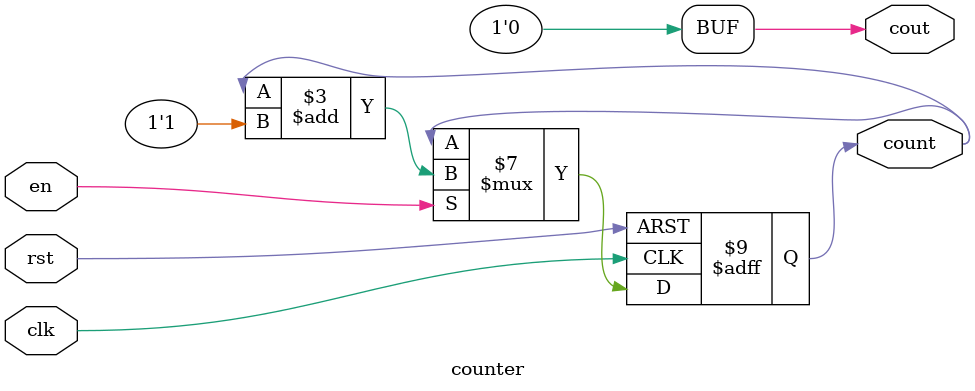
<source format=v>
module counter #(parameter N = 0, M = 1) (
  input wire clk,
  input wire rst,
  input wire en,
  output wire cout,
  output reg [M-1:0] count
);

always @(posedge clk or posedge rst)
begin
  if (rst)
    count <= {{M{1'b0}}};
  else if (en)
    count <= (count == N-1) ? {{M{1'b0}}} : (count + 1'b1);
end

assign cout = (count == N-1) ? 1'b1 : 1'b0;

endmodule

////everything is OK!

</source>
